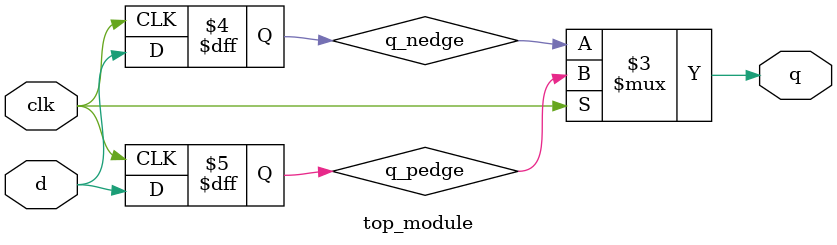
<source format=v>
module top_module (
    input clk,
    input d,
    output q
);
    reg q_pedge,q_nedge;
    always @(posedge clk)begin
        q_pedge<=d;
    end
    always @(negedge clk)begin
        q_nedge <=d;
    end
    assign q=clk?q_pedge:q_nedge;

endmodule
</source>
